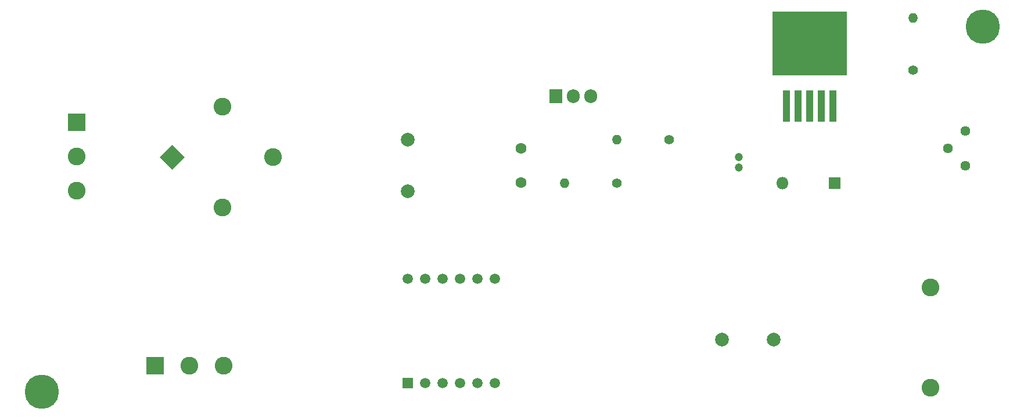
<source format=gts>
%TF.GenerationSoftware,KiCad,Pcbnew,(5.1.10)-1*%
%TF.CreationDate,2021-12-30T01:37:01+05:30*%
%TF.ProjectId,New,4e65772e-6b69-4636-9164-5f7063625858,Final*%
%TF.SameCoordinates,Original*%
%TF.FileFunction,Soldermask,Top*%
%TF.FilePolarity,Negative*%
%FSLAX46Y46*%
G04 Gerber Fmt 4.6, Leading zero omitted, Abs format (unit mm)*
G04 Created by KiCad (PCBNEW (5.1.10)-1) date 2021-12-30 01:37:01*
%MOMM*%
%LPD*%
G01*
G04 APERTURE LIST*
%ADD10C,1.440000*%
%ADD11C,2.600000*%
%ADD12R,2.600000X2.600000*%
%ADD13C,5.000000*%
%ADD14C,1.500000*%
%ADD15R,1.500000X1.500000*%
%ADD16C,2.000000*%
%ADD17O,1.400000X1.400000*%
%ADD18C,1.400000*%
%ADD19C,1.200000*%
%ADD20R,10.800000X9.400000*%
%ADD21R,1.100000X4.600000*%
%ADD22O,1.905000X2.000000*%
%ADD23R,1.905000X2.000000*%
%ADD24O,1.800000X1.800000*%
%ADD25R,1.800000X1.800000*%
%ADD26C,0.100000*%
%ADD27C,1.600000*%
G04 APERTURE END LIST*
D10*
%TO.C,RV1*%
X209550000Y-83820000D03*
X207010000Y-86360000D03*
X209550000Y-88900000D03*
%TD*%
D11*
%TO.C,J2*%
X101440000Y-118110000D03*
X96440000Y-118110000D03*
D12*
X91440000Y-118110000D03*
%TD*%
D11*
%TO.C,J1*%
X80010000Y-92550000D03*
X80010000Y-87550000D03*
D12*
X80010000Y-82550000D03*
%TD*%
D13*
%TO.C,H2*%
X74930000Y-121920000D03*
%TD*%
%TO.C,H1*%
X212090000Y-68580000D03*
%TD*%
D14*
%TO.C,MES1*%
X128270000Y-105410000D03*
X130810000Y-105410000D03*
X133350000Y-105410000D03*
X135890000Y-105410000D03*
X138430000Y-105410000D03*
X140970000Y-105410000D03*
X140970000Y-120650000D03*
X138430000Y-120650000D03*
X135890000Y-120650000D03*
X133350000Y-120650000D03*
X130810000Y-120650000D03*
D15*
X128270000Y-120650000D03*
%TD*%
D16*
%TO.C,C4*%
X174110000Y-114300000D03*
X181610000Y-114300000D03*
%TD*%
D17*
%TO.C,R3*%
X201930000Y-67310000D03*
D18*
X201930000Y-74930000D03*
%TD*%
D19*
%TO.C,C3*%
X176530000Y-89130000D03*
X176530000Y-87630000D03*
%TD*%
D17*
%TO.C,R1*%
X158750000Y-85090000D03*
D18*
X166370000Y-85090000D03*
%TD*%
D20*
%TO.C,U2*%
X186925000Y-71005000D03*
D21*
X190325000Y-80155000D03*
X188625000Y-80155000D03*
X186925000Y-80155000D03*
X185225000Y-80155000D03*
X183525000Y-80155000D03*
%TD*%
D22*
%TO.C,U1*%
X154940000Y-78740000D03*
X152400000Y-78740000D03*
D23*
X149860000Y-78740000D03*
%TD*%
D17*
%TO.C,R2*%
X151130000Y-91440000D03*
D18*
X158750000Y-91440000D03*
%TD*%
D11*
%TO.C,L1*%
X204470000Y-121290000D03*
X204470000Y-106680000D03*
%TD*%
D24*
%TO.C,D2*%
X182880000Y-91440000D03*
D25*
X190500000Y-91440000D03*
%TD*%
D11*
%TO.C,D1*%
X101333911Y-94983911D03*
D26*
G36*
X93980000Y-89468478D02*
G01*
X92141522Y-87630000D01*
X93980000Y-85791522D01*
X95818478Y-87630000D01*
X93980000Y-89468478D01*
G37*
D11*
X101333911Y-80276089D03*
X108687821Y-87630000D03*
%TD*%
D27*
%TO.C,C2*%
X144780000Y-91360000D03*
X144780000Y-86360000D03*
%TD*%
D16*
%TO.C,C1*%
X128270000Y-92590000D03*
X128270000Y-85090000D03*
%TD*%
M02*

</source>
